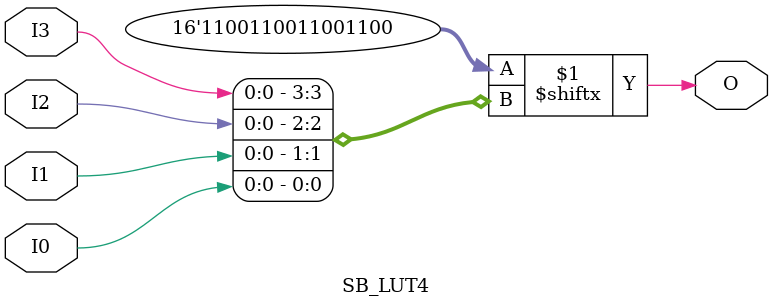
<source format=v>

`default_nettype none

module SB_LUT4 #(
	parameter [15 : 0] LUT_INIT = 16'b1100110011001100)
      (
       input wire I0,
       input wire I1,
       input wire I2,
       input wire I3,
       output wire O
      );

  assign O = LUT_INIT[{I3, I2, I1, I0}];

endmodule // SB_LUT4

//======================================================================
// EOF tb_SB_LUT4.v
//======================================================================

</source>
